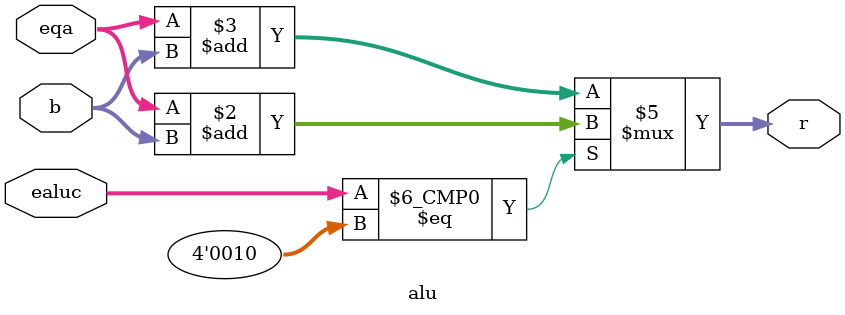
<source format=v>
`timescale 1ns / 1ps


module alu(
    input wire [31:0] eqa,
    input wire [31:0] b,
    input wire [3:0] ealuc,
    output reg [31:0] r
    );
    always @ (*) begin 
        case(ealuc) 4'b0010: // ADD
            r <= (eqa + b);
        default:
            r <= (eqa + b);
        endcase
    end
endmodule

</source>
